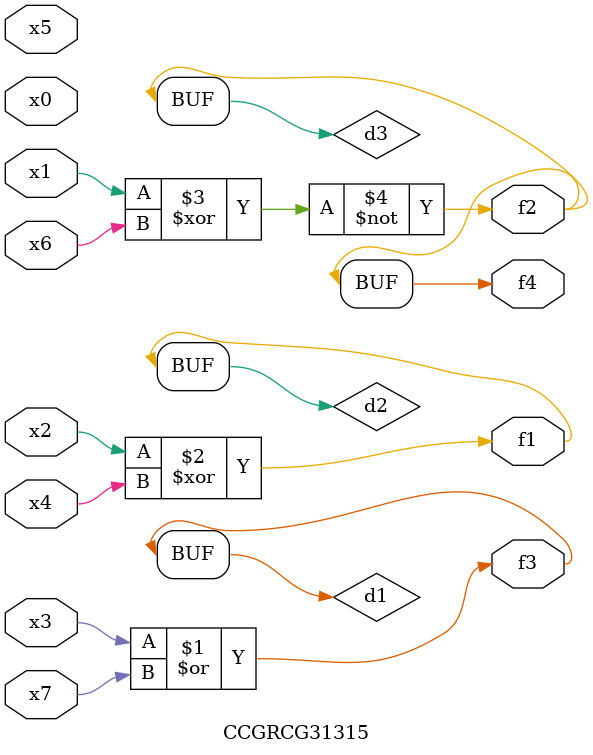
<source format=v>
module CCGRCG31315(
	input x0, x1, x2, x3, x4, x5, x6, x7,
	output f1, f2, f3, f4
);

	wire d1, d2, d3;

	or (d1, x3, x7);
	xor (d2, x2, x4);
	xnor (d3, x1, x6);
	assign f1 = d2;
	assign f2 = d3;
	assign f3 = d1;
	assign f4 = d3;
endmodule

</source>
